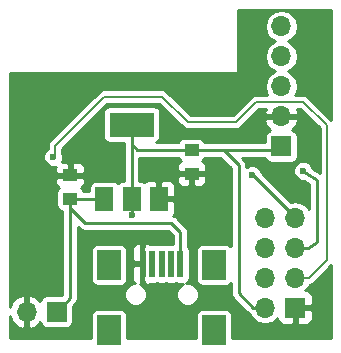
<source format=gbl>
G04 #@! TF.FileFunction,Copper,L2,Bot,Signal*
%FSLAX46Y46*%
G04 Gerber Fmt 4.6, Leading zero omitted, Abs format (unit mm)*
G04 Created by KiCad (PCBNEW 4.0.7-e2-6376~58~ubuntu17.04.1) date Tue Sep  5 17:35:11 2017*
%MOMM*%
%LPD*%
G01*
G04 APERTURE LIST*
%ADD10C,0.100000*%
%ADD11R,0.500000X2.300000*%
%ADD12R,2.000000X2.500000*%
%ADD13R,1.250000X1.000000*%
%ADD14R,1.700000X1.700000*%
%ADD15O,1.700000X1.700000*%
%ADD16R,3.800000X2.000000*%
%ADD17R,1.500000X2.000000*%
%ADD18C,0.600000*%
%ADD19C,0.250000*%
%ADD20C,0.160000*%
%ADD21C,0.254000*%
G04 APERTURE END LIST*
D10*
D11*
X150190000Y-98800000D03*
X149390000Y-98800000D03*
X148590000Y-98800000D03*
X147790000Y-98800000D03*
X146990000Y-98800000D03*
D12*
X153040000Y-98900000D03*
X153040000Y-104400000D03*
X144140000Y-98900000D03*
X144140000Y-104400000D03*
D13*
X140843000Y-93303600D03*
X140843000Y-91303600D03*
X151130000Y-89170000D03*
X151130000Y-91170000D03*
D14*
X159893000Y-102514400D03*
D15*
X157353000Y-102514400D03*
X159893000Y-99974400D03*
X157353000Y-99974400D03*
X159893000Y-97434400D03*
X157353000Y-97434400D03*
X159893000Y-94894400D03*
X157353000Y-94894400D03*
D16*
X146050000Y-87020000D03*
D17*
X146050000Y-93320000D03*
X143750000Y-93320000D03*
X148350000Y-93320000D03*
D14*
X158724600Y-88874600D03*
D15*
X158724600Y-86334600D03*
X158724600Y-83794600D03*
X158724600Y-81254600D03*
X158724600Y-78714600D03*
D14*
X139700000Y-102870000D03*
D15*
X137160000Y-102870000D03*
D18*
X142544800Y-96647000D03*
X143941800Y-96647000D03*
X145440400Y-96621600D03*
X146888200Y-96596200D03*
X160959800Y-87274400D03*
X156108400Y-87503000D03*
X146050000Y-94640400D03*
X160578800Y-90932000D03*
X156260800Y-91287600D03*
X139420600Y-89763600D03*
D19*
X143750000Y-93320000D02*
X140859400Y-93320000D01*
X140859400Y-93320000D02*
X140843000Y-93303600D01*
X140843000Y-93303600D02*
X140843000Y-101727000D01*
X140843000Y-101727000D02*
X139700000Y-102870000D01*
X140843000Y-93303600D02*
X140843000Y-94107000D01*
X150190000Y-96138800D02*
X150190000Y-98800000D01*
X149402800Y-95351600D02*
X150190000Y-96138800D01*
X142087600Y-95351600D02*
X149402800Y-95351600D01*
X140843000Y-94107000D02*
X142087600Y-95351600D01*
D20*
X146990000Y-98800000D02*
X146990000Y-96698000D01*
X142544800Y-96647000D02*
X142544800Y-96621600D01*
X145415000Y-96647000D02*
X143941800Y-96647000D01*
X145440400Y-96621600D02*
X145415000Y-96647000D01*
X146990000Y-96698000D02*
X146888200Y-96596200D01*
X160959800Y-87274400D02*
X161036000Y-87274400D01*
X158724600Y-86334600D02*
X157276800Y-86334600D01*
X157276800Y-86334600D02*
X156108400Y-87503000D01*
D19*
X146050000Y-94640400D02*
X146050000Y-93320000D01*
X157353000Y-102514400D02*
X156337000Y-102514400D01*
X155117800Y-90449400D02*
X153838400Y-89170000D01*
X155117800Y-101295200D02*
X155117800Y-90449400D01*
X156337000Y-102514400D02*
X155117800Y-101295200D01*
X151130000Y-89170000D02*
X153838400Y-89170000D01*
X153838400Y-89170000D02*
X158429200Y-89170000D01*
X158429200Y-89170000D02*
X158724600Y-88874600D01*
X151130000Y-89170000D02*
X146548600Y-89170000D01*
X146548600Y-89170000D02*
X146050000Y-88671400D01*
X146050000Y-93320000D02*
X146050000Y-88671400D01*
X146050000Y-88671400D02*
X146050000Y-87020000D01*
X159893000Y-97434400D02*
X161011769Y-97484495D01*
X161721800Y-91719400D02*
X160578800Y-90932000D01*
X161753891Y-97002905D02*
X161721800Y-91719400D01*
X161011769Y-97484495D02*
X161753891Y-97002905D01*
X159893000Y-94894400D02*
X159893000Y-94843600D01*
X159893000Y-94843600D02*
X156337000Y-91287600D01*
X156337000Y-91287600D02*
X156260800Y-91287600D01*
D20*
X159893000Y-99974400D02*
X161086800Y-99974400D01*
X139573000Y-89611200D02*
X139420600Y-89763600D01*
X139573000Y-88798400D02*
X139573000Y-89611200D01*
X143713200Y-84658200D02*
X139573000Y-88798400D01*
X148640800Y-84658200D02*
X143713200Y-84658200D01*
X150799800Y-86817200D02*
X148640800Y-84658200D01*
X154863800Y-86817200D02*
X150799800Y-86817200D01*
X156591000Y-85090000D02*
X154863800Y-86817200D01*
X160604200Y-85090000D02*
X156591000Y-85090000D01*
X162610800Y-87096600D02*
X160604200Y-85090000D01*
X162610800Y-98450400D02*
X162610800Y-87096600D01*
X161086800Y-99974400D02*
X162610800Y-98450400D01*
D21*
G36*
X162974000Y-86601372D02*
X161033414Y-84660786D01*
X160836489Y-84529205D01*
X160604200Y-84483000D01*
X159915885Y-84483000D01*
X160023759Y-84321555D01*
X160128577Y-83794600D01*
X160023759Y-83267645D01*
X159725263Y-82820914D01*
X159281798Y-82524600D01*
X159725263Y-82228286D01*
X160023759Y-81781555D01*
X160128577Y-81254600D01*
X160023759Y-80727645D01*
X159725263Y-80280914D01*
X159281798Y-79984600D01*
X159725263Y-79688286D01*
X160023759Y-79241555D01*
X160128577Y-78714600D01*
X160023759Y-78187645D01*
X159725263Y-77740914D01*
X159278532Y-77442418D01*
X158751577Y-77337600D01*
X158697623Y-77337600D01*
X158170668Y-77442418D01*
X157723937Y-77740914D01*
X157425441Y-78187645D01*
X157320623Y-78714600D01*
X157425441Y-79241555D01*
X157723937Y-79688286D01*
X158167402Y-79984600D01*
X157723937Y-80280914D01*
X157425441Y-80727645D01*
X157320623Y-81254600D01*
X157425441Y-81781555D01*
X157723937Y-82228286D01*
X158167402Y-82524600D01*
X157723937Y-82820914D01*
X157425441Y-83267645D01*
X157320623Y-83794600D01*
X157425441Y-84321555D01*
X157533315Y-84483000D01*
X156591000Y-84483000D01*
X156358711Y-84529205D01*
X156161786Y-84660786D01*
X154612372Y-86210200D01*
X151051228Y-86210200D01*
X149070014Y-84228986D01*
X148873089Y-84097405D01*
X148640800Y-84051200D01*
X143713200Y-84051200D01*
X143480911Y-84097405D01*
X143283986Y-84228986D01*
X139143786Y-88369186D01*
X139012205Y-88566111D01*
X138966000Y-88798400D01*
X138966000Y-89056622D01*
X138952754Y-89062095D01*
X138719912Y-89294530D01*
X138593744Y-89598378D01*
X138593457Y-89927379D01*
X138719095Y-90231446D01*
X138951530Y-90464288D01*
X139255378Y-90590456D01*
X139584379Y-90590743D01*
X139625967Y-90573559D01*
X139583000Y-90677291D01*
X139583000Y-91017850D01*
X139741750Y-91176600D01*
X140716000Y-91176600D01*
X140716000Y-90327350D01*
X140970000Y-90327350D01*
X140970000Y-91176600D01*
X141944250Y-91176600D01*
X142103000Y-91017850D01*
X142103000Y-90677291D01*
X142006327Y-90443902D01*
X141827699Y-90265273D01*
X141594310Y-90168600D01*
X141128750Y-90168600D01*
X140970000Y-90327350D01*
X140716000Y-90327350D01*
X140557250Y-90168600D01*
X140147892Y-90168600D01*
X140247456Y-89928822D01*
X140247743Y-89599821D01*
X140180000Y-89435871D01*
X140180000Y-89049828D01*
X143964628Y-85265200D01*
X148389372Y-85265200D01*
X150370586Y-87246414D01*
X150567511Y-87377995D01*
X150799800Y-87424200D01*
X154863800Y-87424200D01*
X155096089Y-87377995D01*
X155293014Y-87246414D01*
X156842428Y-85697000D01*
X157399391Y-85697000D01*
X157283124Y-85977710D01*
X157404445Y-86207600D01*
X158597600Y-86207600D01*
X158597600Y-86187600D01*
X158851600Y-86187600D01*
X158851600Y-86207600D01*
X160044755Y-86207600D01*
X160166076Y-85977710D01*
X160049809Y-85697000D01*
X160352772Y-85697000D01*
X162003800Y-87348028D01*
X162003800Y-91121931D01*
X161372357Y-90686938D01*
X161280305Y-90464154D01*
X161047870Y-90231312D01*
X160744022Y-90105144D01*
X160415021Y-90104857D01*
X160110954Y-90230495D01*
X159878112Y-90462930D01*
X159751944Y-90766778D01*
X159751657Y-91095779D01*
X159877295Y-91399846D01*
X160109730Y-91632688D01*
X160413578Y-91758856D01*
X160630056Y-91759045D01*
X161071877Y-92063411D01*
X161084897Y-94206915D01*
X160893663Y-93920714D01*
X160446932Y-93622218D01*
X159919977Y-93517400D01*
X159866023Y-93517400D01*
X159551441Y-93579974D01*
X157082770Y-91111303D01*
X156962305Y-90819754D01*
X156729870Y-90586912D01*
X156426022Y-90460744D01*
X156097021Y-90460457D01*
X155792954Y-90586095D01*
X155769800Y-90609209D01*
X155769800Y-90449405D01*
X155769801Y-90449400D01*
X155720170Y-90199891D01*
X155578834Y-89988366D01*
X155412468Y-89822000D01*
X157355603Y-89822000D01*
X157374023Y-89919894D01*
X157489442Y-90099260D01*
X157665551Y-90219590D01*
X157874600Y-90261924D01*
X159574600Y-90261924D01*
X159769894Y-90225177D01*
X159949260Y-90109758D01*
X160069590Y-89933649D01*
X160111924Y-89724600D01*
X160111924Y-88024600D01*
X160075177Y-87829306D01*
X159959758Y-87649940D01*
X159783649Y-87529610D01*
X159633775Y-87499259D01*
X159996245Y-87101524D01*
X160166076Y-86691490D01*
X160044755Y-86461600D01*
X158851600Y-86461600D01*
X158851600Y-86481600D01*
X158597600Y-86481600D01*
X158597600Y-86461600D01*
X157404445Y-86461600D01*
X157283124Y-86691490D01*
X157452955Y-87101524D01*
X157814764Y-87498535D01*
X157679306Y-87524023D01*
X157499940Y-87639442D01*
X157379610Y-87815551D01*
X157337276Y-88024600D01*
X157337276Y-88518000D01*
X153838405Y-88518000D01*
X153838400Y-88517999D01*
X153838395Y-88518000D01*
X152263723Y-88518000D01*
X152255577Y-88474706D01*
X152140158Y-88295340D01*
X151964049Y-88175010D01*
X151755000Y-88132676D01*
X150505000Y-88132676D01*
X150309706Y-88169423D01*
X150130340Y-88284842D01*
X150010010Y-88460951D01*
X149998457Y-88518000D01*
X148149299Y-88518000D01*
X148324660Y-88405158D01*
X148444990Y-88229049D01*
X148487324Y-88020000D01*
X148487324Y-86020000D01*
X148450577Y-85824706D01*
X148335158Y-85645340D01*
X148159049Y-85525010D01*
X147950000Y-85482676D01*
X144150000Y-85482676D01*
X143954706Y-85519423D01*
X143775340Y-85634842D01*
X143655010Y-85810951D01*
X143612676Y-86020000D01*
X143612676Y-88020000D01*
X143649423Y-88215294D01*
X143764842Y-88394660D01*
X143940951Y-88514990D01*
X144150000Y-88557324D01*
X145398000Y-88557324D01*
X145398000Y-88671395D01*
X145397999Y-88671400D01*
X145398000Y-88671405D01*
X145398000Y-91782676D01*
X145300000Y-91782676D01*
X145104706Y-91819423D01*
X144925340Y-91934842D01*
X144901168Y-91970220D01*
X144885158Y-91945340D01*
X144709049Y-91825010D01*
X144500000Y-91782676D01*
X143000000Y-91782676D01*
X142804706Y-91819423D01*
X142625340Y-91934842D01*
X142505010Y-92110951D01*
X142462676Y-92320000D01*
X142462676Y-92668000D01*
X141979809Y-92668000D01*
X141968577Y-92608306D01*
X141853158Y-92428940D01*
X141764265Y-92368202D01*
X141827699Y-92341927D01*
X142006327Y-92163298D01*
X142103000Y-91929909D01*
X142103000Y-91589350D01*
X141944250Y-91430600D01*
X140970000Y-91430600D01*
X140970000Y-91450600D01*
X140716000Y-91450600D01*
X140716000Y-91430600D01*
X139741750Y-91430600D01*
X139583000Y-91589350D01*
X139583000Y-91929909D01*
X139679673Y-92163298D01*
X139858301Y-92341927D01*
X139921540Y-92368122D01*
X139843340Y-92418442D01*
X139723010Y-92594551D01*
X139680676Y-92803600D01*
X139680676Y-93803600D01*
X139717423Y-93998894D01*
X139832842Y-94178260D01*
X140008951Y-94298590D01*
X140191000Y-94335456D01*
X140191000Y-101456932D01*
X140165256Y-101482676D01*
X138850000Y-101482676D01*
X138654706Y-101519423D01*
X138475340Y-101634842D01*
X138355010Y-101810951D01*
X138324659Y-101960825D01*
X137926924Y-101598355D01*
X137516890Y-101428524D01*
X137287000Y-101549845D01*
X137287000Y-102743000D01*
X137307000Y-102743000D01*
X137307000Y-102997000D01*
X137287000Y-102997000D01*
X137287000Y-104190155D01*
X137516890Y-104311476D01*
X137926924Y-104141645D01*
X138323935Y-103779836D01*
X138349423Y-103915294D01*
X138464842Y-104094660D01*
X138640951Y-104214990D01*
X138850000Y-104257324D01*
X140550000Y-104257324D01*
X140745294Y-104220577D01*
X140924660Y-104105158D01*
X141044990Y-103929049D01*
X141087324Y-103720000D01*
X141087324Y-102404744D01*
X141304034Y-102188034D01*
X141445369Y-101976510D01*
X141495000Y-101727000D01*
X141495000Y-101593485D01*
X145412830Y-101593485D01*
X145561256Y-101952703D01*
X145835851Y-102227778D01*
X146194810Y-102376830D01*
X146583485Y-102377170D01*
X146942703Y-102228744D01*
X147217778Y-101954149D01*
X147366830Y-101595190D01*
X147367170Y-101206515D01*
X147218744Y-100847297D01*
X146944149Y-100572222D01*
X146785079Y-100506171D01*
X146865000Y-100426250D01*
X146865000Y-98927000D01*
X146263750Y-98927000D01*
X146105000Y-99085750D01*
X146105000Y-100076309D01*
X146201673Y-100309698D01*
X146314908Y-100422934D01*
X146196515Y-100422830D01*
X145837297Y-100571256D01*
X145562222Y-100845851D01*
X145413170Y-101204810D01*
X145412830Y-101593485D01*
X141495000Y-101593485D01*
X141495000Y-97650000D01*
X142602676Y-97650000D01*
X142602676Y-100150000D01*
X142639423Y-100345294D01*
X142754842Y-100524660D01*
X142930951Y-100644990D01*
X143140000Y-100687324D01*
X145140000Y-100687324D01*
X145335294Y-100650577D01*
X145514660Y-100535158D01*
X145634990Y-100359049D01*
X145677324Y-100150000D01*
X145677324Y-97650000D01*
X145653558Y-97523691D01*
X146105000Y-97523691D01*
X146105000Y-98514250D01*
X146263750Y-98673000D01*
X146865000Y-98673000D01*
X146865000Y-97173750D01*
X146706250Y-97015000D01*
X146613690Y-97015000D01*
X146380301Y-97111673D01*
X146201673Y-97290302D01*
X146105000Y-97523691D01*
X145653558Y-97523691D01*
X145640577Y-97454706D01*
X145525158Y-97275340D01*
X145349049Y-97155010D01*
X145140000Y-97112676D01*
X143140000Y-97112676D01*
X142944706Y-97149423D01*
X142765340Y-97264842D01*
X142645010Y-97440951D01*
X142602676Y-97650000D01*
X141495000Y-97650000D01*
X141495000Y-95681067D01*
X141626564Y-95812631D01*
X141626566Y-95812634D01*
X141838090Y-95953969D01*
X142087600Y-96003600D01*
X149132732Y-96003600D01*
X149538000Y-96408868D01*
X149538000Y-97112676D01*
X149140000Y-97112676D01*
X148984492Y-97141937D01*
X148840000Y-97112676D01*
X148340000Y-97112676D01*
X148184492Y-97141937D01*
X148040000Y-97112676D01*
X147600702Y-97112676D01*
X147599699Y-97111673D01*
X147366310Y-97015000D01*
X147273750Y-97015000D01*
X147115000Y-97173750D01*
X147115000Y-97338517D01*
X147045010Y-97440951D01*
X147002676Y-97650000D01*
X147002676Y-99950000D01*
X147039423Y-100145294D01*
X147115000Y-100262744D01*
X147115000Y-100426250D01*
X147273750Y-100585000D01*
X147366310Y-100585000D01*
X147599699Y-100488327D01*
X147600702Y-100487324D01*
X148040000Y-100487324D01*
X148195508Y-100458063D01*
X148340000Y-100487324D01*
X148840000Y-100487324D01*
X148995508Y-100458063D01*
X149140000Y-100487324D01*
X149640000Y-100487324D01*
X149795508Y-100458063D01*
X149940000Y-100487324D01*
X150440000Y-100487324D01*
X150440785Y-100487176D01*
X150237297Y-100571256D01*
X149962222Y-100845851D01*
X149813170Y-101204810D01*
X149812830Y-101593485D01*
X149961256Y-101952703D01*
X150235851Y-102227778D01*
X150594810Y-102376830D01*
X150983485Y-102377170D01*
X151342703Y-102228744D01*
X151617778Y-101954149D01*
X151766830Y-101595190D01*
X151767170Y-101206515D01*
X151618744Y-100847297D01*
X151344149Y-100572222D01*
X150985190Y-100423170D01*
X150678303Y-100422902D01*
X150814660Y-100335158D01*
X150934990Y-100159049D01*
X150977324Y-99950000D01*
X150977324Y-97650000D01*
X150940577Y-97454706D01*
X150842000Y-97301513D01*
X150842000Y-96138805D01*
X150842001Y-96138800D01*
X150792369Y-95889291D01*
X150792369Y-95889290D01*
X150651034Y-95677766D01*
X149863834Y-94890566D01*
X149862852Y-94889910D01*
X149652310Y-94749231D01*
X149610913Y-94740996D01*
X149582651Y-94735375D01*
X149638327Y-94679698D01*
X149735000Y-94446309D01*
X149735000Y-93605750D01*
X149576250Y-93447000D01*
X148477000Y-93447000D01*
X148477000Y-93467000D01*
X148223000Y-93467000D01*
X148223000Y-93447000D01*
X148203000Y-93447000D01*
X148203000Y-93193000D01*
X148223000Y-93193000D01*
X148223000Y-91843750D01*
X148477000Y-91843750D01*
X148477000Y-93193000D01*
X149576250Y-93193000D01*
X149735000Y-93034250D01*
X149735000Y-92193691D01*
X149638327Y-91960302D01*
X149459699Y-91781673D01*
X149226310Y-91685000D01*
X148635750Y-91685000D01*
X148477000Y-91843750D01*
X148223000Y-91843750D01*
X148064250Y-91685000D01*
X147473690Y-91685000D01*
X147240301Y-91781673D01*
X147120686Y-91901288D01*
X147009049Y-91825010D01*
X146800000Y-91782676D01*
X146702000Y-91782676D01*
X146702000Y-91455750D01*
X149870000Y-91455750D01*
X149870000Y-91796309D01*
X149966673Y-92029698D01*
X150145301Y-92208327D01*
X150378690Y-92305000D01*
X150844250Y-92305000D01*
X151003000Y-92146250D01*
X151003000Y-91297000D01*
X151257000Y-91297000D01*
X151257000Y-92146250D01*
X151415750Y-92305000D01*
X151881310Y-92305000D01*
X152114699Y-92208327D01*
X152293327Y-92029698D01*
X152390000Y-91796309D01*
X152390000Y-91455750D01*
X152231250Y-91297000D01*
X151257000Y-91297000D01*
X151003000Y-91297000D01*
X150028750Y-91297000D01*
X149870000Y-91455750D01*
X146702000Y-91455750D01*
X146702000Y-89822000D01*
X149996277Y-89822000D01*
X150004423Y-89865294D01*
X150119842Y-90044660D01*
X150208735Y-90105398D01*
X150145301Y-90131673D01*
X149966673Y-90310302D01*
X149870000Y-90543691D01*
X149870000Y-90884250D01*
X150028750Y-91043000D01*
X151003000Y-91043000D01*
X151003000Y-91023000D01*
X151257000Y-91023000D01*
X151257000Y-91043000D01*
X152231250Y-91043000D01*
X152390000Y-90884250D01*
X152390000Y-90543691D01*
X152293327Y-90310302D01*
X152114699Y-90131673D01*
X152051460Y-90105478D01*
X152129660Y-90055158D01*
X152249990Y-89879049D01*
X152261543Y-89822000D01*
X153568332Y-89822000D01*
X154465800Y-90719468D01*
X154465800Y-97338499D01*
X154425158Y-97275340D01*
X154249049Y-97155010D01*
X154040000Y-97112676D01*
X152040000Y-97112676D01*
X151844706Y-97149423D01*
X151665340Y-97264842D01*
X151545010Y-97440951D01*
X151502676Y-97650000D01*
X151502676Y-100150000D01*
X151539423Y-100345294D01*
X151654842Y-100524660D01*
X151830951Y-100644990D01*
X152040000Y-100687324D01*
X154040000Y-100687324D01*
X154235294Y-100650577D01*
X154414660Y-100535158D01*
X154465800Y-100460312D01*
X154465800Y-101295195D01*
X154465799Y-101295200D01*
X154507196Y-101503313D01*
X154515431Y-101544710D01*
X154637233Y-101727000D01*
X154656766Y-101756234D01*
X155875964Y-102975431D01*
X155875966Y-102975434D01*
X156087490Y-103116769D01*
X156106797Y-103120609D01*
X156352337Y-103488086D01*
X156799068Y-103786582D01*
X157326023Y-103891400D01*
X157379977Y-103891400D01*
X157906932Y-103786582D01*
X158353663Y-103488086D01*
X158408000Y-103406765D01*
X158408000Y-103490710D01*
X158504673Y-103724099D01*
X158683302Y-103902727D01*
X158916691Y-103999400D01*
X159607250Y-103999400D01*
X159766000Y-103840650D01*
X159766000Y-102641400D01*
X160020000Y-102641400D01*
X160020000Y-103840650D01*
X160178750Y-103999400D01*
X160869309Y-103999400D01*
X161102698Y-103902727D01*
X161281327Y-103724099D01*
X161378000Y-103490710D01*
X161378000Y-102800150D01*
X161219250Y-102641400D01*
X160020000Y-102641400D01*
X159766000Y-102641400D01*
X159746000Y-102641400D01*
X159746000Y-102387400D01*
X159766000Y-102387400D01*
X159766000Y-102367400D01*
X160020000Y-102367400D01*
X160020000Y-102387400D01*
X161219250Y-102387400D01*
X161378000Y-102228650D01*
X161378000Y-101538090D01*
X161281327Y-101304701D01*
X161102698Y-101126073D01*
X160869309Y-101029400D01*
X160771968Y-101029400D01*
X160893663Y-100948086D01*
X161146626Y-100569500D01*
X161319089Y-100535195D01*
X161516014Y-100403614D01*
X162974000Y-98945627D01*
X162974000Y-105062000D01*
X154577324Y-105062000D01*
X154577324Y-103150000D01*
X154540577Y-102954706D01*
X154425158Y-102775340D01*
X154249049Y-102655010D01*
X154040000Y-102612676D01*
X152040000Y-102612676D01*
X151844706Y-102649423D01*
X151665340Y-102764842D01*
X151545010Y-102940951D01*
X151502676Y-103150000D01*
X151502676Y-105062000D01*
X145677324Y-105062000D01*
X145677324Y-103150000D01*
X145640577Y-102954706D01*
X145525158Y-102775340D01*
X145349049Y-102655010D01*
X145140000Y-102612676D01*
X143140000Y-102612676D01*
X142944706Y-102649423D01*
X142765340Y-102764842D01*
X142645010Y-102940951D01*
X142602676Y-103150000D01*
X142602676Y-105062000D01*
X135730000Y-105062000D01*
X135730000Y-103251350D01*
X135964817Y-103751358D01*
X136393076Y-104141645D01*
X136803110Y-104311476D01*
X137033000Y-104190155D01*
X137033000Y-102997000D01*
X137013000Y-102997000D01*
X137013000Y-102743000D01*
X137033000Y-102743000D01*
X137033000Y-101549845D01*
X136803110Y-101428524D01*
X136393076Y-101598355D01*
X135964817Y-101988642D01*
X135730000Y-102488650D01*
X135730000Y-82677000D01*
X154940000Y-82677000D01*
X154989410Y-82666994D01*
X155031035Y-82638553D01*
X155058315Y-82596159D01*
X155067000Y-82550000D01*
X155067000Y-77310000D01*
X162974000Y-77310000D01*
X162974000Y-86601372D01*
X162974000Y-86601372D01*
G37*
X162974000Y-86601372D02*
X161033414Y-84660786D01*
X160836489Y-84529205D01*
X160604200Y-84483000D01*
X159915885Y-84483000D01*
X160023759Y-84321555D01*
X160128577Y-83794600D01*
X160023759Y-83267645D01*
X159725263Y-82820914D01*
X159281798Y-82524600D01*
X159725263Y-82228286D01*
X160023759Y-81781555D01*
X160128577Y-81254600D01*
X160023759Y-80727645D01*
X159725263Y-80280914D01*
X159281798Y-79984600D01*
X159725263Y-79688286D01*
X160023759Y-79241555D01*
X160128577Y-78714600D01*
X160023759Y-78187645D01*
X159725263Y-77740914D01*
X159278532Y-77442418D01*
X158751577Y-77337600D01*
X158697623Y-77337600D01*
X158170668Y-77442418D01*
X157723937Y-77740914D01*
X157425441Y-78187645D01*
X157320623Y-78714600D01*
X157425441Y-79241555D01*
X157723937Y-79688286D01*
X158167402Y-79984600D01*
X157723937Y-80280914D01*
X157425441Y-80727645D01*
X157320623Y-81254600D01*
X157425441Y-81781555D01*
X157723937Y-82228286D01*
X158167402Y-82524600D01*
X157723937Y-82820914D01*
X157425441Y-83267645D01*
X157320623Y-83794600D01*
X157425441Y-84321555D01*
X157533315Y-84483000D01*
X156591000Y-84483000D01*
X156358711Y-84529205D01*
X156161786Y-84660786D01*
X154612372Y-86210200D01*
X151051228Y-86210200D01*
X149070014Y-84228986D01*
X148873089Y-84097405D01*
X148640800Y-84051200D01*
X143713200Y-84051200D01*
X143480911Y-84097405D01*
X143283986Y-84228986D01*
X139143786Y-88369186D01*
X139012205Y-88566111D01*
X138966000Y-88798400D01*
X138966000Y-89056622D01*
X138952754Y-89062095D01*
X138719912Y-89294530D01*
X138593744Y-89598378D01*
X138593457Y-89927379D01*
X138719095Y-90231446D01*
X138951530Y-90464288D01*
X139255378Y-90590456D01*
X139584379Y-90590743D01*
X139625967Y-90573559D01*
X139583000Y-90677291D01*
X139583000Y-91017850D01*
X139741750Y-91176600D01*
X140716000Y-91176600D01*
X140716000Y-90327350D01*
X140970000Y-90327350D01*
X140970000Y-91176600D01*
X141944250Y-91176600D01*
X142103000Y-91017850D01*
X142103000Y-90677291D01*
X142006327Y-90443902D01*
X141827699Y-90265273D01*
X141594310Y-90168600D01*
X141128750Y-90168600D01*
X140970000Y-90327350D01*
X140716000Y-90327350D01*
X140557250Y-90168600D01*
X140147892Y-90168600D01*
X140247456Y-89928822D01*
X140247743Y-89599821D01*
X140180000Y-89435871D01*
X140180000Y-89049828D01*
X143964628Y-85265200D01*
X148389372Y-85265200D01*
X150370586Y-87246414D01*
X150567511Y-87377995D01*
X150799800Y-87424200D01*
X154863800Y-87424200D01*
X155096089Y-87377995D01*
X155293014Y-87246414D01*
X156842428Y-85697000D01*
X157399391Y-85697000D01*
X157283124Y-85977710D01*
X157404445Y-86207600D01*
X158597600Y-86207600D01*
X158597600Y-86187600D01*
X158851600Y-86187600D01*
X158851600Y-86207600D01*
X160044755Y-86207600D01*
X160166076Y-85977710D01*
X160049809Y-85697000D01*
X160352772Y-85697000D01*
X162003800Y-87348028D01*
X162003800Y-91121931D01*
X161372357Y-90686938D01*
X161280305Y-90464154D01*
X161047870Y-90231312D01*
X160744022Y-90105144D01*
X160415021Y-90104857D01*
X160110954Y-90230495D01*
X159878112Y-90462930D01*
X159751944Y-90766778D01*
X159751657Y-91095779D01*
X159877295Y-91399846D01*
X160109730Y-91632688D01*
X160413578Y-91758856D01*
X160630056Y-91759045D01*
X161071877Y-92063411D01*
X161084897Y-94206915D01*
X160893663Y-93920714D01*
X160446932Y-93622218D01*
X159919977Y-93517400D01*
X159866023Y-93517400D01*
X159551441Y-93579974D01*
X157082770Y-91111303D01*
X156962305Y-90819754D01*
X156729870Y-90586912D01*
X156426022Y-90460744D01*
X156097021Y-90460457D01*
X155792954Y-90586095D01*
X155769800Y-90609209D01*
X155769800Y-90449405D01*
X155769801Y-90449400D01*
X155720170Y-90199891D01*
X155578834Y-89988366D01*
X155412468Y-89822000D01*
X157355603Y-89822000D01*
X157374023Y-89919894D01*
X157489442Y-90099260D01*
X157665551Y-90219590D01*
X157874600Y-90261924D01*
X159574600Y-90261924D01*
X159769894Y-90225177D01*
X159949260Y-90109758D01*
X160069590Y-89933649D01*
X160111924Y-89724600D01*
X160111924Y-88024600D01*
X160075177Y-87829306D01*
X159959758Y-87649940D01*
X159783649Y-87529610D01*
X159633775Y-87499259D01*
X159996245Y-87101524D01*
X160166076Y-86691490D01*
X160044755Y-86461600D01*
X158851600Y-86461600D01*
X158851600Y-86481600D01*
X158597600Y-86481600D01*
X158597600Y-86461600D01*
X157404445Y-86461600D01*
X157283124Y-86691490D01*
X157452955Y-87101524D01*
X157814764Y-87498535D01*
X157679306Y-87524023D01*
X157499940Y-87639442D01*
X157379610Y-87815551D01*
X157337276Y-88024600D01*
X157337276Y-88518000D01*
X153838405Y-88518000D01*
X153838400Y-88517999D01*
X153838395Y-88518000D01*
X152263723Y-88518000D01*
X152255577Y-88474706D01*
X152140158Y-88295340D01*
X151964049Y-88175010D01*
X151755000Y-88132676D01*
X150505000Y-88132676D01*
X150309706Y-88169423D01*
X150130340Y-88284842D01*
X150010010Y-88460951D01*
X149998457Y-88518000D01*
X148149299Y-88518000D01*
X148324660Y-88405158D01*
X148444990Y-88229049D01*
X148487324Y-88020000D01*
X148487324Y-86020000D01*
X148450577Y-85824706D01*
X148335158Y-85645340D01*
X148159049Y-85525010D01*
X147950000Y-85482676D01*
X144150000Y-85482676D01*
X143954706Y-85519423D01*
X143775340Y-85634842D01*
X143655010Y-85810951D01*
X143612676Y-86020000D01*
X143612676Y-88020000D01*
X143649423Y-88215294D01*
X143764842Y-88394660D01*
X143940951Y-88514990D01*
X144150000Y-88557324D01*
X145398000Y-88557324D01*
X145398000Y-88671395D01*
X145397999Y-88671400D01*
X145398000Y-88671405D01*
X145398000Y-91782676D01*
X145300000Y-91782676D01*
X145104706Y-91819423D01*
X144925340Y-91934842D01*
X144901168Y-91970220D01*
X144885158Y-91945340D01*
X144709049Y-91825010D01*
X144500000Y-91782676D01*
X143000000Y-91782676D01*
X142804706Y-91819423D01*
X142625340Y-91934842D01*
X142505010Y-92110951D01*
X142462676Y-92320000D01*
X142462676Y-92668000D01*
X141979809Y-92668000D01*
X141968577Y-92608306D01*
X141853158Y-92428940D01*
X141764265Y-92368202D01*
X141827699Y-92341927D01*
X142006327Y-92163298D01*
X142103000Y-91929909D01*
X142103000Y-91589350D01*
X141944250Y-91430600D01*
X140970000Y-91430600D01*
X140970000Y-91450600D01*
X140716000Y-91450600D01*
X140716000Y-91430600D01*
X139741750Y-91430600D01*
X139583000Y-91589350D01*
X139583000Y-91929909D01*
X139679673Y-92163298D01*
X139858301Y-92341927D01*
X139921540Y-92368122D01*
X139843340Y-92418442D01*
X139723010Y-92594551D01*
X139680676Y-92803600D01*
X139680676Y-93803600D01*
X139717423Y-93998894D01*
X139832842Y-94178260D01*
X140008951Y-94298590D01*
X140191000Y-94335456D01*
X140191000Y-101456932D01*
X140165256Y-101482676D01*
X138850000Y-101482676D01*
X138654706Y-101519423D01*
X138475340Y-101634842D01*
X138355010Y-101810951D01*
X138324659Y-101960825D01*
X137926924Y-101598355D01*
X137516890Y-101428524D01*
X137287000Y-101549845D01*
X137287000Y-102743000D01*
X137307000Y-102743000D01*
X137307000Y-102997000D01*
X137287000Y-102997000D01*
X137287000Y-104190155D01*
X137516890Y-104311476D01*
X137926924Y-104141645D01*
X138323935Y-103779836D01*
X138349423Y-103915294D01*
X138464842Y-104094660D01*
X138640951Y-104214990D01*
X138850000Y-104257324D01*
X140550000Y-104257324D01*
X140745294Y-104220577D01*
X140924660Y-104105158D01*
X141044990Y-103929049D01*
X141087324Y-103720000D01*
X141087324Y-102404744D01*
X141304034Y-102188034D01*
X141445369Y-101976510D01*
X141495000Y-101727000D01*
X141495000Y-101593485D01*
X145412830Y-101593485D01*
X145561256Y-101952703D01*
X145835851Y-102227778D01*
X146194810Y-102376830D01*
X146583485Y-102377170D01*
X146942703Y-102228744D01*
X147217778Y-101954149D01*
X147366830Y-101595190D01*
X147367170Y-101206515D01*
X147218744Y-100847297D01*
X146944149Y-100572222D01*
X146785079Y-100506171D01*
X146865000Y-100426250D01*
X146865000Y-98927000D01*
X146263750Y-98927000D01*
X146105000Y-99085750D01*
X146105000Y-100076309D01*
X146201673Y-100309698D01*
X146314908Y-100422934D01*
X146196515Y-100422830D01*
X145837297Y-100571256D01*
X145562222Y-100845851D01*
X145413170Y-101204810D01*
X145412830Y-101593485D01*
X141495000Y-101593485D01*
X141495000Y-97650000D01*
X142602676Y-97650000D01*
X142602676Y-100150000D01*
X142639423Y-100345294D01*
X142754842Y-100524660D01*
X142930951Y-100644990D01*
X143140000Y-100687324D01*
X145140000Y-100687324D01*
X145335294Y-100650577D01*
X145514660Y-100535158D01*
X145634990Y-100359049D01*
X145677324Y-100150000D01*
X145677324Y-97650000D01*
X145653558Y-97523691D01*
X146105000Y-97523691D01*
X146105000Y-98514250D01*
X146263750Y-98673000D01*
X146865000Y-98673000D01*
X146865000Y-97173750D01*
X146706250Y-97015000D01*
X146613690Y-97015000D01*
X146380301Y-97111673D01*
X146201673Y-97290302D01*
X146105000Y-97523691D01*
X145653558Y-97523691D01*
X145640577Y-97454706D01*
X145525158Y-97275340D01*
X145349049Y-97155010D01*
X145140000Y-97112676D01*
X143140000Y-97112676D01*
X142944706Y-97149423D01*
X142765340Y-97264842D01*
X142645010Y-97440951D01*
X142602676Y-97650000D01*
X141495000Y-97650000D01*
X141495000Y-95681067D01*
X141626564Y-95812631D01*
X141626566Y-95812634D01*
X141838090Y-95953969D01*
X142087600Y-96003600D01*
X149132732Y-96003600D01*
X149538000Y-96408868D01*
X149538000Y-97112676D01*
X149140000Y-97112676D01*
X148984492Y-97141937D01*
X148840000Y-97112676D01*
X148340000Y-97112676D01*
X148184492Y-97141937D01*
X148040000Y-97112676D01*
X147600702Y-97112676D01*
X147599699Y-97111673D01*
X147366310Y-97015000D01*
X147273750Y-97015000D01*
X147115000Y-97173750D01*
X147115000Y-97338517D01*
X147045010Y-97440951D01*
X147002676Y-97650000D01*
X147002676Y-99950000D01*
X147039423Y-100145294D01*
X147115000Y-100262744D01*
X147115000Y-100426250D01*
X147273750Y-100585000D01*
X147366310Y-100585000D01*
X147599699Y-100488327D01*
X147600702Y-100487324D01*
X148040000Y-100487324D01*
X148195508Y-100458063D01*
X148340000Y-100487324D01*
X148840000Y-100487324D01*
X148995508Y-100458063D01*
X149140000Y-100487324D01*
X149640000Y-100487324D01*
X149795508Y-100458063D01*
X149940000Y-100487324D01*
X150440000Y-100487324D01*
X150440785Y-100487176D01*
X150237297Y-100571256D01*
X149962222Y-100845851D01*
X149813170Y-101204810D01*
X149812830Y-101593485D01*
X149961256Y-101952703D01*
X150235851Y-102227778D01*
X150594810Y-102376830D01*
X150983485Y-102377170D01*
X151342703Y-102228744D01*
X151617778Y-101954149D01*
X151766830Y-101595190D01*
X151767170Y-101206515D01*
X151618744Y-100847297D01*
X151344149Y-100572222D01*
X150985190Y-100423170D01*
X150678303Y-100422902D01*
X150814660Y-100335158D01*
X150934990Y-100159049D01*
X150977324Y-99950000D01*
X150977324Y-97650000D01*
X150940577Y-97454706D01*
X150842000Y-97301513D01*
X150842000Y-96138805D01*
X150842001Y-96138800D01*
X150792369Y-95889291D01*
X150792369Y-95889290D01*
X150651034Y-95677766D01*
X149863834Y-94890566D01*
X149862852Y-94889910D01*
X149652310Y-94749231D01*
X149610913Y-94740996D01*
X149582651Y-94735375D01*
X149638327Y-94679698D01*
X149735000Y-94446309D01*
X149735000Y-93605750D01*
X149576250Y-93447000D01*
X148477000Y-93447000D01*
X148477000Y-93467000D01*
X148223000Y-93467000D01*
X148223000Y-93447000D01*
X148203000Y-93447000D01*
X148203000Y-93193000D01*
X148223000Y-93193000D01*
X148223000Y-91843750D01*
X148477000Y-91843750D01*
X148477000Y-93193000D01*
X149576250Y-93193000D01*
X149735000Y-93034250D01*
X149735000Y-92193691D01*
X149638327Y-91960302D01*
X149459699Y-91781673D01*
X149226310Y-91685000D01*
X148635750Y-91685000D01*
X148477000Y-91843750D01*
X148223000Y-91843750D01*
X148064250Y-91685000D01*
X147473690Y-91685000D01*
X147240301Y-91781673D01*
X147120686Y-91901288D01*
X147009049Y-91825010D01*
X146800000Y-91782676D01*
X146702000Y-91782676D01*
X146702000Y-91455750D01*
X149870000Y-91455750D01*
X149870000Y-91796309D01*
X149966673Y-92029698D01*
X150145301Y-92208327D01*
X150378690Y-92305000D01*
X150844250Y-92305000D01*
X151003000Y-92146250D01*
X151003000Y-91297000D01*
X151257000Y-91297000D01*
X151257000Y-92146250D01*
X151415750Y-92305000D01*
X151881310Y-92305000D01*
X152114699Y-92208327D01*
X152293327Y-92029698D01*
X152390000Y-91796309D01*
X152390000Y-91455750D01*
X152231250Y-91297000D01*
X151257000Y-91297000D01*
X151003000Y-91297000D01*
X150028750Y-91297000D01*
X149870000Y-91455750D01*
X146702000Y-91455750D01*
X146702000Y-89822000D01*
X149996277Y-89822000D01*
X150004423Y-89865294D01*
X150119842Y-90044660D01*
X150208735Y-90105398D01*
X150145301Y-90131673D01*
X149966673Y-90310302D01*
X149870000Y-90543691D01*
X149870000Y-90884250D01*
X150028750Y-91043000D01*
X151003000Y-91043000D01*
X151003000Y-91023000D01*
X151257000Y-91023000D01*
X151257000Y-91043000D01*
X152231250Y-91043000D01*
X152390000Y-90884250D01*
X152390000Y-90543691D01*
X152293327Y-90310302D01*
X152114699Y-90131673D01*
X152051460Y-90105478D01*
X152129660Y-90055158D01*
X152249990Y-89879049D01*
X152261543Y-89822000D01*
X153568332Y-89822000D01*
X154465800Y-90719468D01*
X154465800Y-97338499D01*
X154425158Y-97275340D01*
X154249049Y-97155010D01*
X154040000Y-97112676D01*
X152040000Y-97112676D01*
X151844706Y-97149423D01*
X151665340Y-97264842D01*
X151545010Y-97440951D01*
X151502676Y-97650000D01*
X151502676Y-100150000D01*
X151539423Y-100345294D01*
X151654842Y-100524660D01*
X151830951Y-100644990D01*
X152040000Y-100687324D01*
X154040000Y-100687324D01*
X154235294Y-100650577D01*
X154414660Y-100535158D01*
X154465800Y-100460312D01*
X154465800Y-101295195D01*
X154465799Y-101295200D01*
X154507196Y-101503313D01*
X154515431Y-101544710D01*
X154637233Y-101727000D01*
X154656766Y-101756234D01*
X155875964Y-102975431D01*
X155875966Y-102975434D01*
X156087490Y-103116769D01*
X156106797Y-103120609D01*
X156352337Y-103488086D01*
X156799068Y-103786582D01*
X157326023Y-103891400D01*
X157379977Y-103891400D01*
X157906932Y-103786582D01*
X158353663Y-103488086D01*
X158408000Y-103406765D01*
X158408000Y-103490710D01*
X158504673Y-103724099D01*
X158683302Y-103902727D01*
X158916691Y-103999400D01*
X159607250Y-103999400D01*
X159766000Y-103840650D01*
X159766000Y-102641400D01*
X160020000Y-102641400D01*
X160020000Y-103840650D01*
X160178750Y-103999400D01*
X160869309Y-103999400D01*
X161102698Y-103902727D01*
X161281327Y-103724099D01*
X161378000Y-103490710D01*
X161378000Y-102800150D01*
X161219250Y-102641400D01*
X160020000Y-102641400D01*
X159766000Y-102641400D01*
X159746000Y-102641400D01*
X159746000Y-102387400D01*
X159766000Y-102387400D01*
X159766000Y-102367400D01*
X160020000Y-102367400D01*
X160020000Y-102387400D01*
X161219250Y-102387400D01*
X161378000Y-102228650D01*
X161378000Y-101538090D01*
X161281327Y-101304701D01*
X161102698Y-101126073D01*
X160869309Y-101029400D01*
X160771968Y-101029400D01*
X160893663Y-100948086D01*
X161146626Y-100569500D01*
X161319089Y-100535195D01*
X161516014Y-100403614D01*
X162974000Y-98945627D01*
X162974000Y-105062000D01*
X154577324Y-105062000D01*
X154577324Y-103150000D01*
X154540577Y-102954706D01*
X154425158Y-102775340D01*
X154249049Y-102655010D01*
X154040000Y-102612676D01*
X152040000Y-102612676D01*
X151844706Y-102649423D01*
X151665340Y-102764842D01*
X151545010Y-102940951D01*
X151502676Y-103150000D01*
X151502676Y-105062000D01*
X145677324Y-105062000D01*
X145677324Y-103150000D01*
X145640577Y-102954706D01*
X145525158Y-102775340D01*
X145349049Y-102655010D01*
X145140000Y-102612676D01*
X143140000Y-102612676D01*
X142944706Y-102649423D01*
X142765340Y-102764842D01*
X142645010Y-102940951D01*
X142602676Y-103150000D01*
X142602676Y-105062000D01*
X135730000Y-105062000D01*
X135730000Y-103251350D01*
X135964817Y-103751358D01*
X136393076Y-104141645D01*
X136803110Y-104311476D01*
X137033000Y-104190155D01*
X137033000Y-102997000D01*
X137013000Y-102997000D01*
X137013000Y-102743000D01*
X137033000Y-102743000D01*
X137033000Y-101549845D01*
X136803110Y-101428524D01*
X136393076Y-101598355D01*
X135964817Y-101988642D01*
X135730000Y-102488650D01*
X135730000Y-82677000D01*
X154940000Y-82677000D01*
X154989410Y-82666994D01*
X155031035Y-82638553D01*
X155058315Y-82596159D01*
X155067000Y-82550000D01*
X155067000Y-77310000D01*
X162974000Y-77310000D01*
X162974000Y-86601372D01*
M02*

</source>
